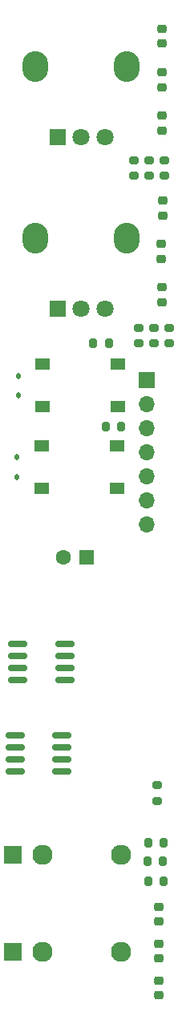
<source format=gbr>
%TF.GenerationSoftware,KiCad,Pcbnew,(7.0.0)*%
%TF.CreationDate,2023-03-26T16:47:36-07:00*%
%TF.ProjectId,followbuttons,666f6c6c-6f77-4627-9574-746f6e732e6b,rev?*%
%TF.SameCoordinates,Original*%
%TF.FileFunction,Soldermask,Top*%
%TF.FilePolarity,Negative*%
%FSLAX46Y46*%
G04 Gerber Fmt 4.6, Leading zero omitted, Abs format (unit mm)*
G04 Created by KiCad (PCBNEW (7.0.0)) date 2023-03-26 16:47:36*
%MOMM*%
%LPD*%
G01*
G04 APERTURE LIST*
G04 Aperture macros list*
%AMRoundRect*
0 Rectangle with rounded corners*
0 $1 Rounding radius*
0 $2 $3 $4 $5 $6 $7 $8 $9 X,Y pos of 4 corners*
0 Add a 4 corners polygon primitive as box body*
4,1,4,$2,$3,$4,$5,$6,$7,$8,$9,$2,$3,0*
0 Add four circle primitives for the rounded corners*
1,1,$1+$1,$2,$3*
1,1,$1+$1,$4,$5*
1,1,$1+$1,$6,$7*
1,1,$1+$1,$8,$9*
0 Add four rect primitives between the rounded corners*
20,1,$1+$1,$2,$3,$4,$5,0*
20,1,$1+$1,$4,$5,$6,$7,0*
20,1,$1+$1,$6,$7,$8,$9,0*
20,1,$1+$1,$8,$9,$2,$3,0*%
G04 Aperture macros list end*
%ADD10R,1.700000X1.700000*%
%ADD11O,1.700000X1.700000*%
%ADD12RoundRect,0.200000X-0.200000X-0.275000X0.200000X-0.275000X0.200000X0.275000X-0.200000X0.275000X0*%
%ADD13RoundRect,0.218750X-0.256250X0.218750X-0.256250X-0.218750X0.256250X-0.218750X0.256250X0.218750X0*%
%ADD14R,1.550000X1.300000*%
%ADD15RoundRect,0.150000X-0.825000X-0.150000X0.825000X-0.150000X0.825000X0.150000X-0.825000X0.150000X0*%
%ADD16R,1.830000X1.930000*%
%ADD17C,2.130000*%
%ADD18RoundRect,0.200000X0.275000X-0.200000X0.275000X0.200000X-0.275000X0.200000X-0.275000X-0.200000X0*%
%ADD19RoundRect,0.112500X0.112500X-0.187500X0.112500X0.187500X-0.112500X0.187500X-0.112500X-0.187500X0*%
%ADD20O,2.720000X3.240000*%
%ADD21R,1.800000X1.800000*%
%ADD22C,1.800000*%
%ADD23RoundRect,0.200000X0.200000X0.275000X-0.200000X0.275000X-0.200000X-0.275000X0.200000X-0.275000X0*%
%ADD24RoundRect,0.112500X-0.112500X0.187500X-0.112500X-0.187500X0.112500X-0.187500X0.112500X0.187500X0*%
%ADD25RoundRect,0.200000X-0.275000X0.200000X-0.275000X-0.200000X0.275000X-0.200000X0.275000X0.200000X0*%
%ADD26R,1.600000X1.600000*%
%ADD27C,1.600000*%
G04 APERTURE END LIST*
D10*
%TO.C,J1*%
X36799999Y-70319999D03*
D11*
X36799999Y-72859999D03*
X36799999Y-75399999D03*
X36799999Y-77939999D03*
X36799999Y-80479999D03*
X36799999Y-83019999D03*
X36799999Y-85559999D03*
%TD*%
D12*
%TO.C,R12*%
X36975000Y-123200000D03*
X38625000Y-123200000D03*
%TD*%
D13*
%TO.C,D9*%
X38100000Y-135287500D03*
X38100000Y-133712500D03*
%TD*%
D14*
%TO.C,SW1*%
X25819999Y-68627499D03*
X33779999Y-68627499D03*
X25819999Y-73127499D03*
X33779999Y-73127499D03*
%TD*%
D15*
%TO.C,U2*%
X23225000Y-98195000D03*
X23225000Y-99465000D03*
X23225000Y-100735000D03*
X23225000Y-102005000D03*
X28175000Y-102005000D03*
X28175000Y-100735000D03*
X28175000Y-99465000D03*
X28175000Y-98195000D03*
%TD*%
D16*
%TO.C,J3*%
X22719999Y-120399999D03*
D17*
X34120000Y-120400000D03*
X25820000Y-120400000D03*
%TD*%
D15*
%TO.C,U1*%
X22925000Y-107795000D03*
X22925000Y-109065000D03*
X22925000Y-110335000D03*
X22925000Y-111605000D03*
X27875000Y-111605000D03*
X27875000Y-110335000D03*
X27875000Y-109065000D03*
X27875000Y-107795000D03*
%TD*%
D13*
%TO.C,D5*%
X38400000Y-33212500D03*
X38400000Y-34787500D03*
%TD*%
D18*
%TO.C,R6*%
X38700000Y-48725000D03*
X38700000Y-47075000D03*
%TD*%
D19*
%TO.C,D2*%
X23100000Y-80527500D03*
X23100000Y-78427500D03*
%TD*%
D12*
%TO.C,R11*%
X36900000Y-121100000D03*
X38550000Y-121100000D03*
%TD*%
%TO.C,R1*%
X32475000Y-75200000D03*
X34125000Y-75200000D03*
%TD*%
D14*
%TO.C,SW2*%
X25719999Y-77249999D03*
X33679999Y-77249999D03*
X25719999Y-81749999D03*
X33679999Y-81749999D03*
%TD*%
D20*
%TO.C,RV2*%
X25099999Y-55299999D03*
X34699999Y-55299999D03*
D21*
X27399999Y-62799999D03*
D22*
X29900000Y-62800000D03*
X32400000Y-62800000D03*
%TD*%
D13*
%TO.C,D3*%
X38400000Y-42412500D03*
X38400000Y-43987500D03*
%TD*%
D18*
%TO.C,R8*%
X37600000Y-66425000D03*
X37600000Y-64775000D03*
%TD*%
%TO.C,R7*%
X36000000Y-66425000D03*
X36000000Y-64775000D03*
%TD*%
%TO.C,R9*%
X39200000Y-66425000D03*
X39200000Y-64775000D03*
%TD*%
D16*
%TO.C,J2*%
X22699999Y-130699999D03*
D17*
X34100000Y-130700000D03*
X25800000Y-130700000D03*
%TD*%
D13*
%TO.C,D7*%
X38390000Y-55932500D03*
X38390000Y-57507500D03*
%TD*%
%TO.C,D10*%
X38100000Y-129812500D03*
X38100000Y-131387500D03*
%TD*%
%TO.C,D6*%
X38500000Y-51352500D03*
X38500000Y-52927500D03*
%TD*%
D18*
%TO.C,R4*%
X35500000Y-48725000D03*
X35500000Y-47075000D03*
%TD*%
D13*
%TO.C,D8*%
X38400000Y-60512500D03*
X38400000Y-62087500D03*
%TD*%
D23*
%TO.C,R2*%
X32825000Y-66400000D03*
X31175000Y-66400000D03*
%TD*%
D13*
%TO.C,D11*%
X38100000Y-125912500D03*
X38100000Y-127487500D03*
%TD*%
D24*
%TO.C,D1*%
X23300000Y-69850000D03*
X23300000Y-71950000D03*
%TD*%
D25*
%TO.C,R3*%
X37900000Y-113075000D03*
X37900000Y-114725000D03*
%TD*%
D13*
%TO.C,D4*%
X38400000Y-37812500D03*
X38400000Y-39387500D03*
%TD*%
D18*
%TO.C,R5*%
X37100000Y-48725000D03*
X37100000Y-47075000D03*
%TD*%
D12*
%TO.C,R10*%
X36975000Y-119200000D03*
X38625000Y-119200000D03*
%TD*%
D20*
%TO.C,RV1*%
X25099999Y-37199999D03*
X34699999Y-37199999D03*
D21*
X27399999Y-44699999D03*
D22*
X29900000Y-44700000D03*
X32400000Y-44700000D03*
%TD*%
D26*
%TO.C,C1*%
X30505099Y-88999999D03*
D27*
X28005100Y-89000000D03*
%TD*%
M02*

</source>
